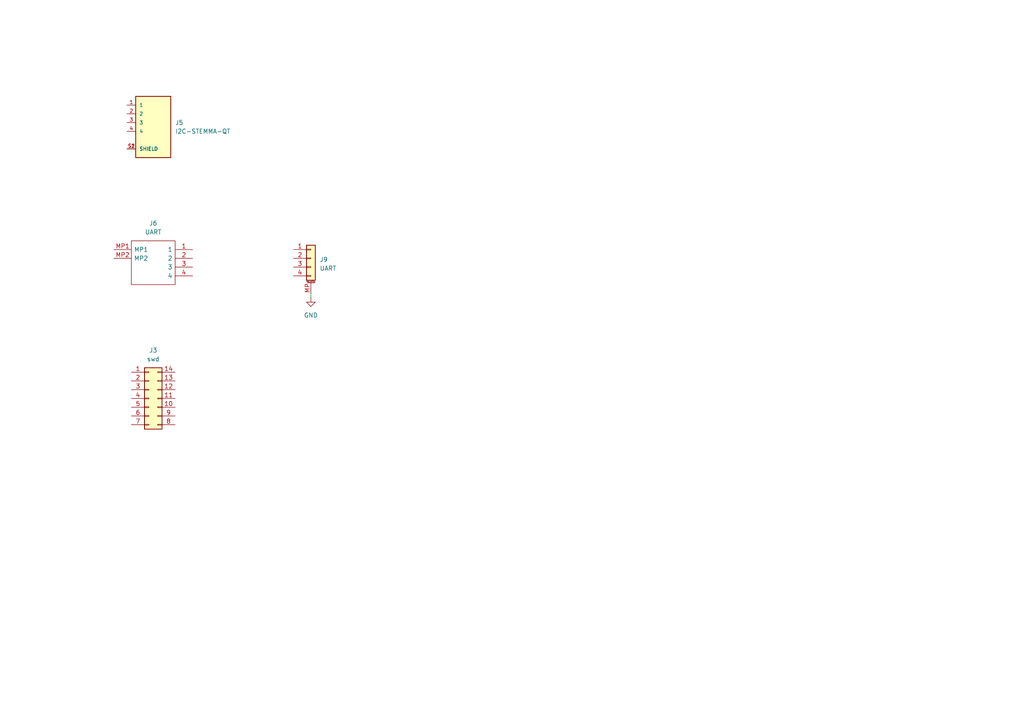
<source format=kicad_sch>
(kicad_sch (version 20231120) (generator "eeschema") (generator_version "8.0")
  (paper "A4")
  (lib_symbols
    (symbol "Connector_Generic:Conn_02x07_Counter_Clockwise" (pin_names (offset 1.016) hide)
      (property "Reference" "J" (at 1.27 10.16 0))
      (property "Value" "Conn_02x07_Counter_Clockwise" (at 1.27 -10.16 0))
      (symbol "Conn_02x07_Counter_Clockwise_1_1"
        (rectangle (start -1.27 -7.493) (end 0 -7.747) (stroke (width 0.1524)))
        (rectangle (start -1.27 -4.953) (end 0 -5.207) (stroke (width 0.1524)))
        (rectangle (start -1.27 -2.413) (end 0 -2.667) (stroke (width 0.1524)))
        (rectangle (start -1.27 0.127) (end 0 -0.127) (stroke (width 0.1524)))
        (rectangle (start -1.27 2.667) (end 0 2.413) (stroke (width 0.1524)))
        (rectangle (start -1.27 5.207) (end 0 4.953) (stroke (width 0.1524)))
        (rectangle (start -1.27 7.747) (end 0 7.493) (stroke (width 0.1524)))
        (rectangle (start -1.27 8.89) (end 3.81 -8.89) (stroke (width 0.254)) (fill (type background)))
        (rectangle (start 3.81 -7.493) (end 2.54 -7.747) (stroke (width 0.1524)))
        (rectangle (start 3.81 -4.953) (end 2.54 -5.207) (stroke (width 0.1524)))
        (rectangle (start 3.81 -2.413) (end 2.54 -2.667) (stroke (width 0.1524)))
        (rectangle (start 3.81 0.127) (end 2.54 -0.127) (stroke (width 0.1524)))
        (rectangle (start 3.81 2.667) (end 2.54 2.413) (stroke (width 0.1524)))
        (rectangle (start 3.81 5.207) (end 2.54 4.953) (stroke (width 0.1524)))
        (rectangle (start 3.81 7.747) (end 2.54 7.493) (stroke (width 0.1524)))
        (pin passive line (at -5.08 7.62 0) (length 3.81) (name "Pin_1") (number "1"))
        (pin passive line (at 7.62 -2.54 180) (length 3.81) (name "Pin_10") (number "10"))
        (pin passive line (at 7.62 0 180) (length 3.81) (name "Pin_11") (number "11"))
        (pin passive line (at 7.62 2.54 180) (length 3.81) (name "Pin_12") (number "12"))
        (pin passive line (at 7.62 5.08 180) (length 3.81) (name "Pin_13") (number "13"))
        (pin passive line (at 7.62 7.62 180) (length 3.81) (name "Pin_14") (number "14"))
        (pin passive line (at -5.08 5.08 0) (length 3.81) (name "Pin_2") (number "2"))
        (pin passive line (at -5.08 2.54 0) (length 3.81) (name "Pin_3") (number "3"))
        (pin passive line (at -5.08 0 0) (length 3.81) (name "Pin_4") (number "4"))
        (pin passive line (at -5.08 -2.54 0) (length 3.81) (name "Pin_5") (number "5"))
        (pin passive line (at -5.08 -5.08 0) (length 3.81) (name "Pin_6") (number "6"))
        (pin passive line (at -5.08 -7.62 0) (length 3.81) (name "Pin_7") (number "7"))
        (pin passive line (at 7.62 -7.62 180) (length 3.81) (name "Pin_8") (number "8"))
        (pin passive line (at 7.62 -5.08 180) (length 3.81) (name "Pin_9") (number "9"))
      )
    )
    (symbol "Connector_Generic_MountingPin:Conn_01x04_MountingPin" (pin_names (offset 1.016) hide)
      (property "Reference" "J" (at 0 5.08 0))
      (property "Value" "Conn_01x04_MountingPin" (at 1.27 -7.62 0))
      (symbol "Conn_01x04_MountingPin_1_1"
        (rectangle (start -1.27 -4.953) (end 0 -5.207) (stroke (width 0.1524)))
        (rectangle (start -1.27 -2.413) (end 0 -2.667) (stroke (width 0.1524)))
        (rectangle (start -1.27 0.127) (end 0 -0.127) (stroke (width 0.1524)))
        (rectangle (start -1.27 2.667) (end 0 2.413) (stroke (width 0.1524)))
        (rectangle (start -1.27 3.81) (end 1.27 -6.35) (stroke (width 0.254)) (fill (type background)))
        (polyline (pts (xy -1.016 -7.112) (xy 1.016 -7.112)) (stroke (width 0.1524)))
        (text "Mounting" (at 0 -6.731 0) (effects (font (size 0.381 0.381))))
        (pin passive line (at -5.08 2.54 0) (length 3.81) (name "Pin_1") (number "1"))
        (pin passive line (at -5.08 0 0) (length 3.81) (name "Pin_2") (number "2"))
        (pin passive line (at -5.08 -2.54 0) (length 3.81) (name "Pin_3") (number "3"))
        (pin passive line (at -5.08 -5.08 0) (length 3.81) (name "Pin_4") (number "4"))
        (pin passive line (at 0 -10.16 90) (length 3.048) (name "MountPin") (number "MP"))
      )
    )
    (symbol "S4B-XH-SM4-TB_LF__SN_:S4B-XH-SM4-TB_LF__SN_" (pin_names (offset 0.762))
      (property "Reference" "J" (at 19.05 7.62 0))
      (property "Value" "S4B-XH-SM4-TB_LF__SN_" (at 19.05 5.08 0))
      (symbol "S4B-XH-SM4-TB_LF__SN__0_0"
        (pin passive line (at 22.86 0 180) (length 5.08) (name "1") (number "1"))
        (pin passive line (at 22.86 -2.54 180) (length 5.08) (name "2") (number "2"))
        (pin passive line (at 22.86 -5.08 180) (length 5.08) (name "3") (number "3"))
        (pin passive line (at 22.86 -7.62 180) (length 5.08) (name "4") (number "4"))
        (pin passive line (at 0 0 0) (length 5.08) (name "MP1") (number "MP1"))
        (pin passive line (at 0 -2.54 0) (length 5.08) (name "MP2") (number "MP2"))
      )
      (symbol "S4B-XH-SM4-TB_LF__SN__0_1"
        (polyline (pts (xy 5.08 2.54) (xy 17.78 2.54) (xy 17.78 -10.16) (xy 5.08 -10.16) (xy 5.08 2.54)) (stroke (width 0.1524)))
      )
    )
    (symbol "SM04B-SRSS-TB_LF__SN_:SM04B-SRSS-TB_LF__SN_" (pin_names (offset 1.016))
      (property "Reference" "J" (at -5.0831 8.1433 0))
      (property "Value" "SM04B-SRSS-TB_LF__SN_" (at -5.0835 -11.9557 0))
      (symbol "SM04B-SRSS-TB_LF__SN__0_0"
        (rectangle (start -5.08 -10.16) (end 5.08 7.62) (stroke (width 0.254)) (fill (type background)))
        (pin passive line (at -7.62 5.08 0) (length 2.54) (name "1") (number "1"))
        (pin passive line (at -7.62 2.54 0) (length 2.54) (name "2") (number "2"))
        (pin passive line (at -7.62 0 0) (length 2.54) (name "3") (number "3"))
        (pin passive line (at -7.62 -2.54 0) (length 2.54) (name "4") (number "4"))
        (pin passive line (at -7.62 -7.62 0) (length 2.54) (name "SHIELD") (number "S1"))
        (pin passive line (at -7.62 -7.62 0) (length 2.54) (name "SHIELD") (number "S2"))
      )
    )
    (symbol "power:GND" (power) (pin_names (offset 0))
      (property "Value" "GND" (at 0 -3.81 0))
      (symbol "GND_0_1"
        (polyline (pts (xy 0 0) (xy 0 -1.27) (xy 1.27 -1.27) (xy 0 -2.54) (xy -1.27 -1.27) (xy 0 -1.27)))
      )
      (symbol "GND_1_1"
        (pin power_in line (at 0 0 270) (length 0) hide (name "GND") (number "1"))
      )
    )
  )
  (wire (pts (xy 90.17 86.36) (xy 90.17 85.09)))
  (symbol (lib_id "Connector_Generic:Conn_02x07_Counter_Clockwise") (at 43.18 115.57 0) (unit 1)
    (property "Reference" "J3" (at 44.45 101.6 0))
    (property "Value" "swd" (at 44.45 104.14 0))
    (property "Footprint" "Connector_PinHeader_1.27mm:PinHeader_2x07_P1.27mm_Vertical_SMD" (effects (hide yes)))
    (property "Description" "Generic connector, double row, 02x07, counter clockwise pin numbering scheme (similar to DIP package numbering), script generated (kicad-library-utils/schlib/autogen/connector/)" (effects (hide yes)))
  )
  (symbol (lib_id "Connector_Generic_MountingPin:Conn_01x04_MountingPin") (at 90.17 74.93 0) (unit 1)
    (property "Reference" "J9" (at 92.71 75.2855 0) (effects (justify left)))
    (property "Value" "UART" (at 92.71 77.8255 0) (effects (justify left)))
    (property "Footprint" "Connector_Hirose:Hirose_DF13C_CL535-0404-8-51_1x04-1MP_P1.25mm_Vertical" (effects (hide yes)))
    (property "Description" "Generic connectable mounting pin connector, single row, 01x04, script generated (kicad-library-utils/schlib/autogen/connector/)" (effects (hide yes)))
  )
  (symbol (lib_id "S4B-XH-SM4-TB_LF__SN_:S4B-XH-SM4-TB_LF__SN_") (at 33.02 72.39 0) (unit 1)
    (property "Reference" "J6" (at 44.45 64.77 0))
    (property "Value" "UART" (at 44.45 67.31 0))
    (property "Footprint" "SM04B-SRSS-TB_LF__SN_:JST_SM04B-SRSS-TB_LF__SN_" (effects (hide yes)))
    (property "Datasheet" "https://datasheet.lcsc.com/szlcsc/JST-Sales-America-XHsocket-1-4P-SMD-pitch2-5mm_C161861.pdf" (effects (hide yes)))
    (property "Description" "Conn Shrouded Header HDR 4 POS 2.5mm Solder RA SMD T/R" (effects (hide yes)))
    (property "Height" "6" (effects (hide yes)))
    (property "Manufacturer_Name" "JST (JAPAN SOLDERLESS TERMINALS)" (effects (hide yes)))
    (property "Manufacturer_Part_Number" "S4B-XH-SM4-TB(LF)(SN)" (effects (hide yes)))
    (property "Arrow Part Number" "S4B-XH-SM4-TB(LF)(SN)" (effects (hide yes)))
    (property "Arrow Price/Stock" "https://www.arrow.com/en/products/s4b-xh-sm4-tb-lf-sn/jst-manufacturing" (effects (hide yes)))
  )
  (symbol (lib_id "power:GND") (at 90.17 86.36 0) (unit 1)
    (property "Reference" "#PWR068" (effects (hide yes)))
    (property "Value" "GND" (at 90.17 91.44 0))
    (property "Description" "Power symbol creates a global label with name \"GND\" , ground" (effects (hide yes)))
  )
  (symbol (lib_id "SM04B-SRSS-TB_LF__SN_:SM04B-SRSS-TB_LF__SN_") (at 44.45 35.56 0) (unit 1)
    (property "Reference" "J5" (at 50.8 35.5599 0) (effects (justify left)))
    (property "Value" "I2C-STEMMA-QT" (at 50.8 38.0999 0) (effects (justify left)))
    (property "Footprint" "SM04B-SRSS-TB_LF__SN_:JST_SM04B-SRSS-TB_LF__SN_" (effects (hide yes)))
    (property "MF" "JST Sales" (effects (hide yes)))
    (property "Description_1" "\nConnector Header Surface Mount, Right Angle 4 position 0.039 (1.00mm)\n" (effects (hide yes)))
    (property "Package" "None" (effects (hide yes)))
    (property "Price" "None" (effects (hide yes)))
    (property "Check_prices" "https://www.snapeda.com/parts/SM04B-SRSS-TB(LF)(SN)/JST+Sales+America+Inc./view-part/?ref=eda" (effects (hide yes)))
    (property "STANDARD" "Manufacturer recommendations" (effects (hide yes)))
    (property "SnapEDA_Link" "https://www.snapeda.com/parts/SM04B-SRSS-TB(LF)(SN)/JST+Sales+America+Inc./view-part/?ref=snap" (effects (hide yes)))
    (property "MP" "SM04B-SRSS-TB(LF)(SN)" (effects (hide yes)))
    (property "Availability" "In Stock" (effects (hide yes)))
    (property "MANUFACTURER" "JST" (effects (hide yes)))
  )
)
</source>
